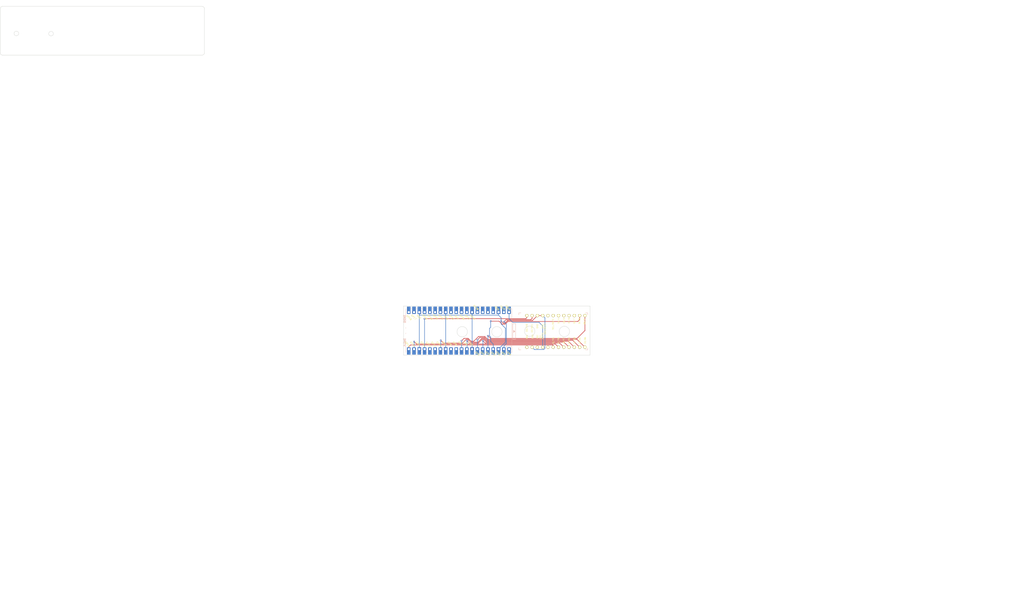
<source format=kicad_pcb>
(kicad_pcb (version 20171130) (host pcbnew "(5.1.6-0-10_14)")

  (general
    (thickness 1.6)
    (drawings 220)
    (tracks 156)
    (zones 0)
    (modules 2)
    (nets 43)
  )

  (page A3)
  (layers
    (0 F.Cu signal)
    (31 B.Cu signal)
    (32 B.Adhes user)
    (33 F.Adhes user)
    (34 B.Paste user)
    (35 F.Paste user)
    (36 B.SilkS user)
    (37 F.SilkS user)
    (38 B.Mask user)
    (39 F.Mask user)
    (40 Dwgs.User user)
    (41 Cmts.User user)
    (42 Eco1.User user)
    (43 Eco2.User user)
    (44 Edge.Cuts user)
    (45 Margin user)
    (46 B.CrtYd user)
    (47 F.CrtYd user)
    (48 B.Fab user)
    (49 F.Fab user)
  )

  (setup
    (last_trace_width 0.25)
    (trace_clearance 0.2)
    (zone_clearance 0.508)
    (zone_45_only no)
    (trace_min 0.2)
    (via_size 0.8)
    (via_drill 0.4)
    (via_min_size 0.4)
    (via_min_drill 0.3)
    (uvia_size 0.3)
    (uvia_drill 0.1)
    (uvias_allowed no)
    (uvia_min_size 0.2)
    (uvia_min_drill 0.1)
    (edge_width 0.15)
    (segment_width 0.2)
    (pcb_text_width 0.3)
    (pcb_text_size 1.5 1.5)
    (mod_edge_width 0.15)
    (mod_text_size 1 1)
    (mod_text_width 0.15)
    (pad_size 1.524 1.524)
    (pad_drill 0.762)
    (pad_to_mask_clearance 0.051)
    (solder_mask_min_width 0.25)
    (aux_axis_origin 0 0)
    (visible_elements 7FFFFFFF)
    (pcbplotparams
      (layerselection 0x010f0_ffffffff)
      (usegerberextensions false)
      (usegerberattributes false)
      (usegerberadvancedattributes false)
      (creategerberjobfile false)
      (excludeedgelayer true)
      (linewidth 0.100000)
      (plotframeref false)
      (viasonmask false)
      (mode 1)
      (useauxorigin false)
      (hpglpennumber 1)
      (hpglpenspeed 20)
      (hpglpendiameter 15.000000)
      (psnegative false)
      (psa4output false)
      (plotreference true)
      (plotvalue true)
      (plotinvisibletext false)
      (padsonsilk false)
      (subtractmaskfromsilk false)
      (outputformat 1)
      (mirror false)
      (drillshape 0)
      (scaleselection 1)
      (outputdirectory "../gbrcool640pcbv110date20220309/"))
  )

  (net 0 "")
  (net 1 "Net-(SW21-Pad1)")
  (net 2 row0)
  (net 3 row1)
  (net 4 row2)
  (net 5 row3)
  (net 6 col0)
  (net 7 col1)
  (net 8 col2)
  (net 9 col3)
  (net 10 "Net-(U1-Pad24)")
  (net 11 GND)
  (net 12 "Net-(U1-Pad20)")
  (net 13 "Net-(U1-Pad6)")
  (net 14 "Net-(U1-Pad5)")
  (net 15 "Net-(U1-Pad10)")
  (net 16 "Net-(U1-Pad9)")
  (net 17 "Net-(U1-Pad8)")
  (net 18 "Net-(U1-Pad7)")
  (net 19 data)
  (net 20 VCC)
  (net 21 LED)
  (net 22 "Net-(U2-Pad1)")
  (net 23 col4)
  (net 24 "Net-(U2-Pad11)")
  (net 25 "Net-(U2-Pad12)")
  (net 26 "Net-(U2-Pad15)")
  (net 27 "Net-(U2-Pad16)")
  (net 28 "Net-(U2-Pad21)")
  (net 29 "Net-(U2-Pad22)")
  (net 30 "Net-(U2-Pad24)")
  (net 31 "Net-(U2-Pad25)")
  (net 32 "Net-(U2-Pad26)")
  (net 33 "Net-(U2-Pad27)")
  (net 34 "Net-(U2-Pad29)")
  (net 35 "Net-(U2-Pad30)")
  (net 36 "Net-(U2-Pad31)")
  (net 37 "Net-(U2-Pad32)")
  (net 38 "Net-(U2-Pad34)")
  (net 39 "Net-(U2-Pad35)")
  (net 40 "Net-(U2-Pad36)")
  (net 41 "Net-(U2-Pad37)")
  (net 42 "Net-(U2-Pad39)")

  (net_class Default "これはデフォルトのネット クラスです。"
    (clearance 0.2)
    (trace_width 0.25)
    (via_dia 0.8)
    (via_drill 0.4)
    (uvia_dia 0.3)
    (uvia_drill 0.1)
    (add_net GND)
    (add_net LED)
    (add_net "Net-(SW21-Pad1)")
    (add_net "Net-(U1-Pad10)")
    (add_net "Net-(U1-Pad20)")
    (add_net "Net-(U1-Pad24)")
    (add_net "Net-(U1-Pad5)")
    (add_net "Net-(U1-Pad6)")
    (add_net "Net-(U1-Pad7)")
    (add_net "Net-(U1-Pad8)")
    (add_net "Net-(U1-Pad9)")
    (add_net "Net-(U2-Pad1)")
    (add_net "Net-(U2-Pad11)")
    (add_net "Net-(U2-Pad12)")
    (add_net "Net-(U2-Pad15)")
    (add_net "Net-(U2-Pad16)")
    (add_net "Net-(U2-Pad21)")
    (add_net "Net-(U2-Pad22)")
    (add_net "Net-(U2-Pad24)")
    (add_net "Net-(U2-Pad25)")
    (add_net "Net-(U2-Pad26)")
    (add_net "Net-(U2-Pad27)")
    (add_net "Net-(U2-Pad29)")
    (add_net "Net-(U2-Pad30)")
    (add_net "Net-(U2-Pad31)")
    (add_net "Net-(U2-Pad32)")
    (add_net "Net-(U2-Pad34)")
    (add_net "Net-(U2-Pad35)")
    (add_net "Net-(U2-Pad36)")
    (add_net "Net-(U2-Pad37)")
    (add_net "Net-(U2-Pad39)")
    (add_net VCC)
    (add_net col0)
    (add_net col1)
    (add_net col2)
    (add_net col3)
    (add_net col4)
    (add_net data)
    (add_net row0)
    (add_net row1)
    (add_net row2)
    (add_net row3)
  )

  (module Pico:RPi_Pico_SMD_TH (layer B.Cu) (tedit 6273B8E8) (tstamp 6273BAD3)
    (at 88.7 91.07 90)
    (descr "Through hole straight pin header, 2x20, 2.54mm pitch, double rows")
    (tags "Through hole pin header THT 2x20 2.54mm double row")
    (path /621738D9)
    (fp_text reference U2 (at 0.96 -11.37 90) (layer B.SilkS) hide
      (effects (font (size 1 1) (thickness 0.15)) (justify mirror))
    )
    (fp_text value PICO_RP2040 (at 0 -2.159 90) (layer B.Fab)
      (effects (font (size 1 1) (thickness 0.15)) (justify mirror))
    )
    (fp_line (start 1.1 -25.5) (end 1.5 -25.5) (layer B.SilkS) (width 0.12))
    (fp_line (start -1.5 -25.5) (end -1.1 -25.5) (layer B.SilkS) (width 0.12))
    (fp_line (start 10.5 -25.5) (end 3.7 -25.5) (layer B.SilkS) (width 0.12))
    (fp_line (start 10.5 -15.1) (end 10.5 -15.5) (layer B.SilkS) (width 0.12))
    (fp_line (start 10.5 -7.4) (end 10.5 -7.8) (layer B.SilkS) (width 0.12))
    (fp_line (start 10.5 18) (end 10.5 17.6) (layer B.SilkS) (width 0.12))
    (fp_line (start 10.5 25.5) (end 10.5 25.2) (layer B.SilkS) (width 0.12))
    (fp_line (start 10.5 2.7) (end 10.5 2.3) (layer B.SilkS) (width 0.12))
    (fp_line (start 10.5 -12.5) (end 10.5 -12.9) (layer B.SilkS) (width 0.12))
    (fp_line (start 10.5 7.8) (end 10.5 7.4) (layer B.SilkS) (width 0.12))
    (fp_line (start 10.5 12.9) (end 10.5 12.5) (layer B.SilkS) (width 0.12))
    (fp_line (start 10.5 0.2) (end 10.5 -0.2) (layer B.SilkS) (width 0.12))
    (fp_line (start 10.5 -4.9) (end 10.5 -5.3) (layer B.SilkS) (width 0.12))
    (fp_line (start 10.5 -20.1) (end 10.5 -20.5) (layer B.SilkS) (width 0.12))
    (fp_line (start 10.5 -22.7) (end 10.5 -23.1) (layer B.SilkS) (width 0.12))
    (fp_line (start 10.5 -17.6) (end 10.5 -18) (layer B.SilkS) (width 0.12))
    (fp_line (start 10.5 15.4) (end 10.5 15) (layer B.SilkS) (width 0.12))
    (fp_line (start 10.5 23.1) (end 10.5 22.7) (layer B.SilkS) (width 0.12))
    (fp_line (start 10.5 20.5) (end 10.5 20.1) (layer B.SilkS) (width 0.12))
    (fp_line (start 10.5 -10) (end 10.5 -10.4) (layer B.SilkS) (width 0.12))
    (fp_line (start 10.5 -2.3) (end 10.5 -2.7) (layer B.SilkS) (width 0.12))
    (fp_line (start 10.5 5.3) (end 10.5 4.9) (layer B.SilkS) (width 0.12))
    (fp_line (start 10.5 10.4) (end 10.5 10) (layer B.SilkS) (width 0.12))
    (fp_line (start -10.5 -22.7) (end -10.5 -23.1) (layer B.SilkS) (width 0.12))
    (fp_line (start -10.5 -20.1) (end -10.5 -20.5) (layer B.SilkS) (width 0.12))
    (fp_line (start -10.5 -17.6) (end -10.5 -18) (layer B.SilkS) (width 0.12))
    (fp_line (start -10.5 -15.1) (end -10.5 -15.5) (layer B.SilkS) (width 0.12))
    (fp_line (start -10.5 -12.5) (end -10.5 -12.9) (layer B.SilkS) (width 0.12))
    (fp_line (start -10.5 -10) (end -10.5 -10.4) (layer B.SilkS) (width 0.12))
    (fp_line (start -10.5 -7.4) (end -10.5 -7.8) (layer B.SilkS) (width 0.12))
    (fp_line (start -10.5 -4.9) (end -10.5 -5.3) (layer B.SilkS) (width 0.12))
    (fp_line (start -10.5 -2.3) (end -10.5 -2.7) (layer B.SilkS) (width 0.12))
    (fp_line (start -10.5 0.2) (end -10.5 -0.2) (layer B.SilkS) (width 0.12))
    (fp_line (start -10.5 2.7) (end -10.5 2.3) (layer B.SilkS) (width 0.12))
    (fp_line (start -10.5 5.3) (end -10.5 4.9) (layer B.SilkS) (width 0.12))
    (fp_line (start -10.5 7.8) (end -10.5 7.4) (layer B.SilkS) (width 0.12))
    (fp_line (start -10.5 10.4) (end -10.5 10) (layer B.SilkS) (width 0.12))
    (fp_line (start -10.5 12.9) (end -10.5 12.5) (layer B.SilkS) (width 0.12))
    (fp_line (start -10.5 15.4) (end -10.5 15) (layer B.SilkS) (width 0.12))
    (fp_line (start -10.5 18) (end -10.5 17.6) (layer B.SilkS) (width 0.12))
    (fp_line (start -10.5 20.5) (end -10.5 20.1) (layer B.SilkS) (width 0.12))
    (fp_line (start -10.5 23.1) (end -10.5 22.7) (layer B.SilkS) (width 0.12))
    (fp_line (start -10.5 25.5) (end -10.5 25.2) (layer B.SilkS) (width 0.12))
    (fp_line (start -7.493 22.833) (end -7.493 25.5) (layer B.SilkS) (width 0.12))
    (fp_line (start -10.5 22.833) (end -7.493 22.833) (layer B.SilkS) (width 0.12))
    (fp_line (start -3.7 -25.5) (end -10.5 -25.5) (layer B.SilkS) (width 0.12))
    (fp_line (start -10.5 25.5) (end 10.5 25.5) (layer B.SilkS) (width 0.12))
    (fp_line (start -11 -26) (end -11 26) (layer B.CrtYd) (width 0.12))
    (fp_line (start 11 -26) (end -11 -26) (layer B.CrtYd) (width 0.12))
    (fp_line (start 11 26) (end 11 -26) (layer B.CrtYd) (width 0.12))
    (fp_line (start -11 26) (end 11 26) (layer B.CrtYd) (width 0.12))
    (fp_line (start -10.5 24.2) (end -9.2 25.5) (layer B.Fab) (width 0.12))
    (fp_line (start -10.5 -25.5) (end -10.5 25.5) (layer B.Fab) (width 0.12))
    (fp_line (start 10.5 -25.5) (end -10.5 -25.5) (layer B.Fab) (width 0.12))
    (fp_line (start 10.5 25.5) (end 10.5 -25.5) (layer B.Fab) (width 0.12))
    (fp_line (start -10.5 25.5) (end 10.5 25.5) (layer B.Fab) (width 0.12))
    (fp_text user "Copper Keepouts shown on Dwgs layer" (at 0.1 30.2 90) (layer Cmts.User)
      (effects (font (size 1 1) (thickness 0.15)))
    )
    (fp_text user SWDIO (at 5.6 -26.2 90) (layer B.SilkS)
      (effects (font (size 0.8 0.8) (thickness 0.15)) (justify mirror))
    )
    (fp_text user SWCLK (at -5.7 -26.2 90) (layer B.SilkS)
      (effects (font (size 0.8 0.8) (thickness 0.15)) (justify mirror))
    )
    (fp_text user AGND (at 6.434 6.56 -45) (layer F.SilkS)
      (effects (font (size 0.8 0.8) (thickness 0.15)))
    )
    (fp_text user GND (at 10.73 18.27 135) (layer F.SilkS)
      (effects (font (size 0.8 0.8) (thickness 0.15)))
    )
    (fp_text user GND (at 6.18 -6.14 -45) (layer F.SilkS)
      (effects (font (size 0.8 0.8) (thickness 0.15)))
    )
    (fp_text user GND (at 6.62 -19.25 -45) (layer F.SilkS)
      (effects (font (size 0.8 0.8) (thickness 0.15)))
    )
    (fp_text user GND (at -6.19 -19.76 -45) (layer F.SilkS)
      (effects (font (size 0.8 0.8) (thickness 0.15)))
    )
    (fp_text user GND (at -6.19 -7.06 -45) (layer F.SilkS)
      (effects (font (size 0.8 0.8) (thickness 0.15)))
    )
    (fp_text user GND (at -6.19 5.64 -45) (layer F.SilkS)
      (effects (font (size 0.8 0.8) (thickness 0.15)))
    )
    (fp_text user GND (at -11.05 19.02 -45) (layer F.SilkS)
      (effects (font (size 0.8 0.8) (thickness 0.15)))
    )
    (fp_text user VBUS (at 11.05 23.57 135) (layer F.SilkS)
      (effects (font (size 0.8 0.8) (thickness 0.15)))
    )
    (fp_text user VSYS (at 10.98 20.95 135) (layer F.SilkS)
      (effects (font (size 0.8 0.8) (thickness 0.15)))
    )
    (fp_text user GP28 (at 11.11 8.16 135) (layer F.SilkS)
      (effects (font (size 0.8 0.8) (thickness 0.15)))
    )
    (fp_text user GP27 (at 6.434 4.01 -45) (layer F.SilkS)
      (effects (font (size 0.8 0.8) (thickness 0.15)))
    )
    (fp_text user GP26 (at 6.434 1.48 -45) (layer F.SilkS)
      (effects (font (size 0.8 0.8) (thickness 0.15)))
    )
    (fp_text user RUN (at 6.38 -1.06 -45) (layer F.SilkS)
      (effects (font (size 0.8 0.8) (thickness 0.15)))
    )
    (fp_text user GP22 (at 6.434 -3.6 -45) (layer F.SilkS)
      (effects (font (size 0.8 0.8) (thickness 0.15)))
    )
    (fp_text user GP21 (at 6.434 -8.69 -45) (layer F.SilkS)
      (effects (font (size 0.8 0.8) (thickness 0.15)))
    )
    (fp_text user GP20 (at 6.55 -11.29 -45) (layer F.SilkS)
      (effects (font (size 0.8 0.8) (thickness 0.15)))
    )
    (fp_text user GP19 (at 6.4 -13.92 -45) (layer F.SilkS)
      (effects (font (size 0.8 0.8) (thickness 0.15)))
    )
    (fp_text user GP18 (at 6.55 -16.41 -45) (layer F.SilkS)
      (effects (font (size 0.8 0.8) (thickness 0.15)))
    )
    (fp_text user GP17 (at 6.47 -21.74 -45) (layer F.SilkS)
      (effects (font (size 0.8 0.8) (thickness 0.15)))
    )
    (fp_text user GP16 (at 6.26 -23.95 -45) (layer F.SilkS)
      (effects (font (size 0.8 0.8) (thickness 0.15)))
    )
    (fp_text user GP15 (at -6.444 -24.84 -45) (layer F.SilkS)
      (effects (font (size 0.8 0.8) (thickness 0.15)))
    )
    (fp_text user GP14 (at -6.49 -22.3 -45) (layer F.SilkS)
      (effects (font (size 0.8 0.8) (thickness 0.15)))
    )
    (fp_text user GP13 (at -6.444 -17.22 -45) (layer F.SilkS)
      (effects (font (size 0.8 0.8) (thickness 0.15)))
    )
    (fp_text user GP12 (at -6.59 -14.68 -45) (layer F.SilkS)
      (effects (font (size 0.8 0.8) (thickness 0.15)))
    )
    (fp_text user GP11 (at -6.59 -12.14 -45) (layer F.SilkS)
      (effects (font (size 0.8 0.8) (thickness 0.15)))
    )
    (fp_text user GP10 (at -6.444 -9.6 -45) (layer F.SilkS)
      (effects (font (size 0.8 0.8) (thickness 0.15)))
    )
    (fp_text user GP9 (at -6.19 -4.52 -45) (layer F.SilkS)
      (effects (font (size 0.8 0.8) (thickness 0.15)))
    )
    (fp_text user GP8 (at -6.19 -1.98 -45) (layer F.SilkS)
      (effects (font (size 0.8 0.8) (thickness 0.15)))
    )
    (fp_text user GP7 (at -6.09 0.59 -45) (layer F.SilkS)
      (effects (font (size 0.8 0.8) (thickness 0.15)))
    )
    (fp_text user GP6 (at -6.19 3.1 -45) (layer F.SilkS)
      (effects (font (size 0.8 0.8) (thickness 0.15)))
    )
    (fp_text user GP5 (at -11.05 8.86 -45) (layer F.SilkS)
      (effects (font (size 0.8 0.8) (thickness 0.15)))
    )
    (fp_text user GP4 (at -11.05 11.4 -45) (layer F.SilkS)
      (effects (font (size 0.8 0.8) (thickness 0.15)))
    )
    (fp_text user GP3 (at -11.05 13.94 -45) (layer F.SilkS)
      (effects (font (size 0.8 0.8) (thickness 0.15)))
    )
    (fp_text user GP0 (at -11.05 24.1 -45) (layer F.SilkS)
      (effects (font (size 0.8 0.8) (thickness 0.15)))
    )
    (fp_text user GP2 (at -11.15 16.48 -45) (layer F.SilkS)
      (effects (font (size 0.8 0.8) (thickness 0.15)))
    )
    (fp_text user GP1 (at -11.15 21.57 -45) (layer F.SilkS)
      (effects (font (size 0.8 0.8) (thickness 0.15)))
    )
    (fp_text user %R (at 0 0 -90) (layer B.Fab)
      (effects (font (size 1 1) (thickness 0.15)) (justify mirror))
    )
    (pad 21 smd rect (at 8.89 -24.13 90) (size 3.5 1.7) (drill (offset 0.9 0)) (layers B.Cu B.Mask)
      (net 28 "Net-(U2-Pad21)"))
    (pad 22 smd rect (at 8.89 -21.59 90) (size 3.5 1.7) (drill (offset 0.9 0)) (layers B.Cu B.Mask)
      (net 29 "Net-(U2-Pad22)"))
    (pad 23 smd rect (at 8.89 -19.05 90) (size 3.5 1.7) (drill (offset 0.9 0)) (layers B.Cu B.Mask)
      (net 11 GND))
    (pad 24 smd rect (at 8.89 -16.51 90) (size 3.5 1.7) (drill (offset 0.9 0)) (layers B.Cu B.Mask)
      (net 30 "Net-(U2-Pad24)"))
    (pad 25 smd rect (at 8.89 -13.97 90) (size 3.5 1.7) (drill (offset 0.9 0)) (layers B.Cu B.Mask)
      (net 31 "Net-(U2-Pad25)"))
    (pad 26 smd rect (at 8.89 -11.43 90) (size 3.5 1.7) (drill (offset 0.9 0)) (layers B.Cu B.Mask)
      (net 32 "Net-(U2-Pad26)"))
    (pad 27 smd rect (at 8.89 -8.89 90) (size 3.5 1.7) (drill (offset 0.9 0)) (layers B.Cu B.Mask)
      (net 33 "Net-(U2-Pad27)"))
    (pad 28 smd rect (at 8.89 -6.35 90) (size 3.5 1.7) (drill (offset 0.9 0)) (layers B.Cu B.Mask)
      (net 11 GND))
    (pad 29 smd rect (at 8.89 -3.81 90) (size 3.5 1.7) (drill (offset 0.9 0)) (layers B.Cu B.Mask)
      (net 34 "Net-(U2-Pad29)"))
    (pad 30 smd rect (at 8.89 -1.27 90) (size 3.5 1.7) (drill (offset 0.9 0)) (layers B.Cu B.Mask)
      (net 35 "Net-(U2-Pad30)"))
    (pad 31 smd rect (at 8.89 1.27 90) (size 3.5 1.7) (drill (offset 0.9 0)) (layers B.Cu B.Mask)
      (net 36 "Net-(U2-Pad31)"))
    (pad 32 smd rect (at 8.89 3.81 90) (size 3.5 1.7) (drill (offset 0.9 0)) (layers B.Cu B.Mask)
      (net 37 "Net-(U2-Pad32)"))
    (pad 33 smd rect (at 8.89 6.35 90) (size 3.5 1.7) (drill (offset 0.9 0)) (layers B.Cu B.Mask)
      (net 11 GND))
    (pad 34 smd rect (at 8.89 8.89 90) (size 3.5 1.7) (drill (offset 0.9 0)) (layers B.Cu B.Mask)
      (net 38 "Net-(U2-Pad34)"))
    (pad 35 smd rect (at 8.89 11.43 90) (size 3.5 1.7) (drill (offset 0.9 0)) (layers B.Cu B.Mask)
      (net 39 "Net-(U2-Pad35)"))
    (pad 36 smd rect (at 8.89 13.97 90) (size 3.5 1.7) (drill (offset 0.9 0)) (layers B.Cu B.Mask)
      (net 40 "Net-(U2-Pad36)"))
    (pad 37 smd rect (at 8.89 16.51 90) (size 3.5 1.7) (drill (offset 0.9 0)) (layers B.Cu B.Mask)
      (net 41 "Net-(U2-Pad37)"))
    (pad 38 smd rect (at 8.89 19.05 90) (size 3.5 1.7) (drill (offset 0.9 0)) (layers B.Cu B.Mask)
      (net 11 GND))
    (pad 39 smd rect (at 8.89 21.59 90) (size 3.5 1.7) (drill (offset 0.9 0)) (layers B.Cu B.Mask)
      (net 42 "Net-(U2-Pad39)"))
    (pad 40 smd rect (at 8.89 24.13 90) (size 3.5 1.7) (drill (offset 0.9 0)) (layers B.Cu B.Mask)
      (net 20 VCC))
    (pad 20 smd rect (at -8.89 -24.13 90) (size 3.5 1.7) (drill (offset -0.9 0)) (layers B.Cu B.Mask)
      (net 6 col0))
    (pad 19 smd rect (at -8.89 -21.59 90) (size 3.5 1.7) (drill (offset -0.9 0)) (layers B.Cu B.Mask)
      (net 7 col1))
    (pad 18 smd rect (at -8.89 -19.05 90) (size 3.5 1.7) (drill (offset -0.9 0)) (layers B.Cu B.Mask)
      (net 11 GND))
    (pad 17 smd rect (at -8.89 -16.51 90) (size 3.5 1.7) (drill (offset -0.9 0)) (layers B.Cu B.Mask)
      (net 21 LED))
    (pad 16 smd rect (at -8.89 -13.97 90) (size 3.5 1.7) (drill (offset -0.9 0)) (layers B.Cu B.Mask)
      (net 27 "Net-(U2-Pad16)"))
    (pad 15 smd rect (at -8.89 -11.43 90) (size 3.5 1.7) (drill (offset -0.9 0)) (layers B.Cu B.Mask)
      (net 26 "Net-(U2-Pad15)"))
    (pad 14 smd rect (at -8.89 -8.89 90) (size 3.5 1.7) (drill (offset -0.9 0)) (layers B.Cu B.Mask)
      (net 8 col2))
    (pad 13 smd rect (at -8.89 -6.35 90) (size 3.5 1.7) (drill (offset -0.9 0)) (layers B.Cu B.Mask)
      (net 11 GND))
    (pad 12 smd rect (at -8.89 -3.81 90) (size 3.5 1.7) (drill (offset -0.9 0)) (layers B.Cu B.Mask)
      (net 25 "Net-(U2-Pad12)"))
    (pad 11 smd rect (at -8.89 -1.27 90) (size 3.5 1.7) (drill (offset -0.9 0)) (layers B.Cu B.Mask)
      (net 24 "Net-(U2-Pad11)"))
    (pad 10 smd rect (at -8.89 1.27 90) (size 3.5 1.7) (drill (offset -0.9 0)) (layers B.Cu B.Mask)
      (net 9 col3))
    (pad 9 smd rect (at -8.89 3.81 90) (size 3.5 1.7) (drill (offset -0.9 0)) (layers B.Cu B.Mask)
      (net 4 row2))
    (pad 8 smd rect (at -8.89 6.35 90) (size 3.5 1.7) (drill (offset -0.9 0)) (layers B.Cu B.Mask)
      (net 11 GND))
    (pad 7 smd rect (at -8.89 8.89 90) (size 3.5 1.7) (drill (offset -0.9 0)) (layers B.Cu B.Mask)
      (net 23 col4))
    (pad 6 smd rect (at -8.89 11.43 90) (size 3.5 1.7) (drill (offset -0.9 0)) (layers B.Cu B.Mask)
      (net 5 row3))
    (pad 5 smd rect (at -8.89 13.97 90) (size 3.5 1.7) (drill (offset -0.9 0)) (layers B.Cu B.Mask)
      (net 2 row0))
    (pad 4 smd rect (at -8.89 16.51 90) (size 3.5 1.7) (drill (offset -0.9 0)) (layers B.Cu B.Mask)
      (net 3 row1))
    (pad 3 smd rect (at -8.89 19.05 90) (size 3.5 1.7) (drill (offset -0.9 0)) (layers B.Cu B.Mask)
      (net 11 GND))
    (pad 2 smd rect (at -8.89 21.59 90) (size 3.5 1.7) (drill (offset -0.9 0)) (layers B.Cu B.Mask)
      (net 19 data))
    (pad 1 smd rect (at -8.89 24.13 90) (size 3.5 1.7) (drill (offset -0.9 0)) (layers B.Cu B.Mask)
      (net 22 "Net-(U2-Pad1)"))
    (pad 40 thru_hole oval (at 8.89 24.13 90) (size 1.7 1.7) (drill 1.02) (layers *.Cu *.Mask)
      (net 20 VCC))
    (pad 39 thru_hole oval (at 8.89 21.59 90) (size 1.7 1.7) (drill 1.02) (layers *.Cu *.Mask)
      (net 42 "Net-(U2-Pad39)"))
    (pad 38 thru_hole rect (at 8.89 19.05 90) (size 1.7 1.7) (drill 1.02) (layers *.Cu *.Mask)
      (net 11 GND))
    (pad 37 thru_hole oval (at 8.89 16.51 90) (size 1.7 1.7) (drill 1.02) (layers *.Cu *.Mask)
      (net 41 "Net-(U2-Pad37)"))
    (pad 36 thru_hole oval (at 8.89 13.97 90) (size 1.7 1.7) (drill 1.02) (layers *.Cu *.Mask)
      (net 40 "Net-(U2-Pad36)"))
    (pad 35 thru_hole oval (at 8.89 11.43 90) (size 1.7 1.7) (drill 1.02) (layers *.Cu *.Mask)
      (net 39 "Net-(U2-Pad35)"))
    (pad 34 thru_hole oval (at 8.89 8.89 90) (size 1.7 1.7) (drill 1.02) (layers *.Cu *.Mask)
      (net 38 "Net-(U2-Pad34)"))
    (pad 33 thru_hole rect (at 8.89 6.35 90) (size 1.7 1.7) (drill 1.02) (layers *.Cu *.Mask)
      (net 11 GND))
    (pad 32 thru_hole oval (at 8.89 3.81 90) (size 1.7 1.7) (drill 1.02) (layers *.Cu *.Mask)
      (net 37 "Net-(U2-Pad32)"))
    (pad 31 thru_hole oval (at 8.89 1.27 90) (size 1.7 1.7) (drill 1.02) (layers *.Cu *.Mask)
      (net 36 "Net-(U2-Pad31)"))
    (pad 30 thru_hole oval (at 8.89 -1.27 90) (size 1.7 1.7) (drill 1.02) (layers *.Cu *.Mask)
      (net 35 "Net-(U2-Pad30)"))
    (pad 29 thru_hole oval (at 8.89 -3.81 90) (size 1.7 1.7) (drill 1.02) (layers *.Cu *.Mask)
      (net 34 "Net-(U2-Pad29)"))
    (pad 28 thru_hole rect (at 8.89 -6.35 90) (size 1.7 1.7) (drill 1.02) (layers *.Cu *.Mask)
      (net 11 GND))
    (pad 27 thru_hole oval (at 8.89 -8.89 90) (size 1.7 1.7) (drill 1.02) (layers *.Cu *.Mask)
      (net 33 "Net-(U2-Pad27)"))
    (pad 26 thru_hole oval (at 8.89 -11.43 90) (size 1.7 1.7) (drill 1.02) (layers *.Cu *.Mask)
      (net 32 "Net-(U2-Pad26)"))
    (pad 25 thru_hole oval (at 8.89 -13.97 90) (size 1.7 1.7) (drill 1.02) (layers *.Cu *.Mask)
      (net 31 "Net-(U2-Pad25)"))
    (pad 24 thru_hole oval (at 8.89 -16.51 90) (size 1.7 1.7) (drill 1.02) (layers *.Cu *.Mask)
      (net 30 "Net-(U2-Pad24)"))
    (pad 23 thru_hole rect (at 8.89 -19.05 90) (size 1.7 1.7) (drill 1.02) (layers *.Cu *.Mask)
      (net 11 GND))
    (pad 22 thru_hole oval (at 8.89 -21.59 90) (size 1.7 1.7) (drill 1.02) (layers *.Cu *.Mask)
      (net 29 "Net-(U2-Pad22)"))
    (pad 21 thru_hole oval (at 8.89 -24.13 90) (size 1.7 1.7) (drill 1.02) (layers *.Cu *.Mask)
      (net 28 "Net-(U2-Pad21)"))
    (pad 20 thru_hole oval (at -8.89 -24.13 90) (size 1.7 1.7) (drill 1.02) (layers *.Cu *.Mask)
      (net 6 col0))
    (pad 19 thru_hole oval (at -8.89 -21.59 90) (size 1.7 1.7) (drill 1.02) (layers *.Cu *.Mask)
      (net 7 col1))
    (pad 18 thru_hole rect (at -8.89 -19.05 90) (size 1.7 1.7) (drill 1.02) (layers *.Cu *.Mask)
      (net 11 GND))
    (pad 17 thru_hole oval (at -8.89 -16.51 90) (size 1.7 1.7) (drill 1.02) (layers *.Cu *.Mask)
      (net 21 LED))
    (pad 16 thru_hole oval (at -8.89 -13.97 90) (size 1.7 1.7) (drill 1.02) (layers *.Cu *.Mask)
      (net 27 "Net-(U2-Pad16)"))
    (pad 15 thru_hole oval (at -8.89 -11.43 90) (size 1.7 1.7) (drill 1.02) (layers *.Cu *.Mask)
      (net 26 "Net-(U2-Pad15)"))
    (pad 14 thru_hole oval (at -8.89 -8.89 90) (size 1.7 1.7) (drill 1.02) (layers *.Cu *.Mask)
      (net 8 col2))
    (pad 13 thru_hole rect (at -8.89 -6.35 90) (size 1.7 1.7) (drill 1.02) (layers *.Cu *.Mask)
      (net 11 GND))
    (pad 12 thru_hole oval (at -8.89 -3.81 90) (size 1.7 1.7) (drill 1.02) (layers *.Cu *.Mask)
      (net 25 "Net-(U2-Pad12)"))
    (pad 11 thru_hole oval (at -8.89 -1.27 90) (size 1.7 1.7) (drill 1.02) (layers *.Cu *.Mask)
      (net 24 "Net-(U2-Pad11)"))
    (pad 10 thru_hole oval (at -8.89 1.27 90) (size 1.7 1.7) (drill 1.02) (layers *.Cu *.Mask)
      (net 9 col3))
    (pad 9 thru_hole oval (at -8.89 3.81 90) (size 1.7 1.7) (drill 1.02) (layers *.Cu *.Mask)
      (net 4 row2))
    (pad 8 thru_hole rect (at -8.89 6.35 90) (size 1.7 1.7) (drill 1.02) (layers *.Cu *.Mask)
      (net 11 GND))
    (pad 7 thru_hole oval (at -8.89 8.89 90) (size 1.7 1.7) (drill 1.02) (layers *.Cu *.Mask)
      (net 23 col4))
    (pad 6 thru_hole oval (at -8.89 11.43 90) (size 1.7 1.7) (drill 1.02) (layers *.Cu *.Mask)
      (net 5 row3))
    (pad 5 thru_hole oval (at -8.89 13.97 90) (size 1.7 1.7) (drill 1.02) (layers *.Cu *.Mask)
      (net 2 row0))
    (pad 4 thru_hole oval (at -8.89 16.51 90) (size 1.7 1.7) (drill 1.02) (layers *.Cu *.Mask)
      (net 3 row1))
    (pad 3 thru_hole rect (at -8.89 19.05 90) (size 1.7 1.7) (drill 1.02) (layers *.Cu *.Mask)
      (net 11 GND))
    (pad 2 thru_hole oval (at -8.89 21.59 90) (size 1.7 1.7) (drill 1.02) (layers *.Cu *.Mask)
      (net 19 data))
    (pad 1 thru_hole oval (at -8.89 24.13 90) (size 1.7 1.7) (drill 1.02) (layers *.Cu *.Mask)
      (net 22 "Net-(U2-Pad1)"))
  )

  (module logo:ProMicro_v3_kimura (layer F.Cu) (tedit 61C985AB) (tstamp 6273BA82)
    (at 135.84 91.45 90)
    (path /61F92BBE)
    (fp_text reference U1 (at 0.21 -7.78) (layer B.SilkS) hide
      (effects (font (size 1 1) (thickness 0.15)) (justify mirror))
    )
    (fp_text value ProMicro (at -0.1 0.05 180) (layer F.Fab) hide
      (effects (font (size 1 1) (thickness 0.15)))
    )
    (fp_line (start -0.15 -20.4) (end 0.15 -20.4) (layer B.SilkS) (width 0.15))
    (fp_line (start -0.25 -20.55) (end 0.25 -20.55) (layer B.SilkS) (width 0.15))
    (fp_line (start -0.35 -20.7) (end 0.35 -20.7) (layer B.SilkS) (width 0.15))
    (fp_line (start 0 -20.2) (end -0.5 -20.85) (layer B.SilkS) (width 0.15))
    (fp_line (start 0.5 -20.85) (end 0 -20.2) (layer B.SilkS) (width 0.15))
    (fp_line (start -0.5 -20.85) (end 0.5 -20.85) (layer B.SilkS) (width 0.15))
    (fp_line (start 3.75 -21.2) (end -3.75 -21.2) (layer B.SilkS) (width 0.15))
    (fp_line (start 3.75 -19.9) (end 3.75 -21.2) (layer B.SilkS) (width 0.15))
    (fp_line (start -3.75 -19.9) (end 3.75 -19.9) (layer B.SilkS) (width 0.15))
    (fp_line (start -3.75 -21.2) (end -3.75 -19.9) (layer B.SilkS) (width 0.15))
    (fp_line (start 3.76 -18.3) (end 8.9 -18.3) (layer F.Fab) (width 0.15))
    (fp_line (start -3.75 -18.3) (end 3.75 -18.3) (layer F.Fab) (width 0.15))
    (fp_line (start -3.75 -19.6) (end -3.75 -18.299039) (layer F.Fab) (width 0.15))
    (fp_line (start 3.75 -19.6) (end 3.75 -18.3) (layer F.Fab) (width 0.15))
    (fp_line (start -3.75 -19.6) (end 3.75 -19.6) (layer F.Fab) (width 0.15))
    (fp_line (start -8.9 -18.3) (end -3.75 -18.3) (layer F.Fab) (width 0.15))
    (fp_line (start 8.9 -18.3) (end 8.9 14.75) (layer F.Fab) (width 0.15))
    (fp_line (start 8.9 14.75) (end -8.9 14.75) (layer F.Fab) (width 0.15))
    (fp_line (start -8.9 14.75) (end -8.9 -18.3) (layer F.Fab) (width 0.15))
    (fp_line (start -8.9 -18.3) (end -8.9 -17.3) (layer B.SilkS) (width 0.15))
    (fp_line (start 8.9 -18.3) (end 8.9 -17.3) (layer B.SilkS) (width 0.15))
    (fp_line (start -8.9 -18.3) (end -7.9 -18.3) (layer B.SilkS) (width 0.15))
    (fp_line (start 8.9 -18.3) (end 7.95 -18.3) (layer B.SilkS) (width 0.15))
    (fp_line (start -8.9 13.7) (end -8.9 14.75) (layer B.SilkS) (width 0.15))
    (fp_line (start 8.9 13.75) (end 8.9 14.75) (layer B.SilkS) (width 0.15))
    (fp_line (start -8.9 14.75) (end -7.9 14.75) (layer B.SilkS) (width 0.15))
    (fp_line (start 8.9 14.75) (end 7.89 14.75) (layer B.SilkS) (width 0.15))
    (fp_text user ProMicro (at 0.12 -16.15 90) (layer B.SilkS) hide
      (effects (font (size 1 1) (thickness 0.15)) (justify mirror))
    )
    (fp_text user ProMicro (at -0.545 -17.4 90) (layer B.SilkS) hide
      (effects (font (size 1 1) (thickness 0.15)) (justify mirror))
    )
    (fp_text user RAW (at -2.61 -14.39 90 unlocked) (layer F.SilkS)
      (effects (font (size 0.75 0.67) (thickness 0.125)))
    )
    (fp_text user GND (at -2.51 -11.7 90 unlocked) (layer F.SilkS)
      (effects (font (size 0.75 0.67) (thickness 0.125)))
    )
    (fp_text user RST (at -2.56 -9.35 90 unlocked) (layer F.SilkS)
      (effects (font (size 0.75 0.67) (thickness 0.125)))
    )
    (fp_text user VCC (at -2.76 -7.89 90 unlocked) (layer F.SilkS)
      (effects (font (size 0.75 0.67) (thickness 0.125)))
    )
    (fp_text user A3/F4 (at -2.17 -6.86 90 unlocked) (layer F.SilkS)
      (effects (font (size 0.75 0.67) (thickness 0.125)))
    )
    (fp_text user A2/F5 (at -4.395 -1.75 90 unlocked) (layer F.SilkS)
      (effects (font (size 0.75 0.67) (thickness 0.125)))
    )
    (fp_text user A1/F6 (at -4.395 0.75 90 unlocked) (layer F.SilkS)
      (effects (font (size 0.75 0.67) (thickness 0.125)))
    )
    (fp_text user A0/F7 (at -4.395 3.3 90 unlocked) (layer F.SilkS)
      (effects (font (size 0.75 0.67) (thickness 0.125)))
    )
    (fp_text user 15/B1 (at -4.395 5.85 90 unlocked) (layer F.SilkS)
      (effects (font (size 0.75 0.67) (thickness 0.125)))
    )
    (fp_text user 14/B3 (at -4.395 8.4 90 unlocked) (layer F.SilkS)
      (effects (font (size 0.75 0.67) (thickness 0.125)))
    )
    (fp_text user 10/B6 (at -4.36 13.57 90 unlocked) (layer F.SilkS)
      (effects (font (size 0.75 0.67) (thickness 0.125)))
    )
    (fp_text user 16/B2 (at -4.395 10.95 90 unlocked) (layer F.SilkS)
      (effects (font (size 0.75 0.67) (thickness 0.125)))
    )
    (fp_text user E6/7 (at 4.95 8.35 90 unlocked) (layer F.SilkS)
      (effects (font (size 0.75 0.67) (thickness 0.125)))
    )
    (fp_text user D7/6 (at 5.17 5.79 90 unlocked) (layer F.SilkS)
      (effects (font (size 0.75 0.67) (thickness 0.125)))
    )
    (fp_text user GND (at 2.48 -9.43 90 unlocked) (layer F.SilkS)
      (effects (font (size 0.75 0.67) (thickness 0.125)))
    )
    (fp_text user GND (at 2.42 -6.91 90 unlocked) (layer F.SilkS)
      (effects (font (size 0.75 0.67) (thickness 0.125)))
    )
    (fp_text user D3/TX0 (at 1.7 -14.49 90 unlocked) (layer F.SilkS)
      (effects (font (size 0.75 0.67) (thickness 0.125)))
    )
    (fp_text user D4/4 (at 5.11 0.82 90 unlocked) (layer F.SilkS)
      (effects (font (size 0.75 0.67) (thickness 0.125)))
    )
    (fp_text user SDA/D1/2 (at 1.17 -5.69 90 unlocked) (layer F.SilkS)
      (effects (font (size 0.75 0.67) (thickness 0.125)))
    )
    (fp_text user SCL/D0/3 (at 3.455 -1.9 90 unlocked) (layer F.SilkS)
      (effects (font (size 0.75 0.67) (thickness 0.125)))
    )
    (fp_text user C6/5 (at 5.17 3.43 90 unlocked) (layer F.SilkS)
      (effects (font (size 0.75 0.67) (thickness 0.125)))
    )
    (fp_text user B5/9 (at 4.705 13.3 90 unlocked) (layer F.SilkS)
      (effects (font (size 0.75 0.67) (thickness 0.125)))
    )
    (fp_text user D2/RX1 (at 1.49 -11.98 90 unlocked) (layer F.SilkS)
      (effects (font (size 0.75 0.67) (thickness 0.125)))
    )
    (fp_text user B4/8 (at 5.01 10.8 90 unlocked) (layer F.SilkS)
      (effects (font (size 0.75 0.67) (thickness 0.125)))
    )
    (fp_text user MicroUSB (at -0.05 -18.95 90) (layer B.SilkS) hide
      (effects (font (size 0.75 0.75) (thickness 0.12)))
    )
    (pad 24 thru_hole circle (at -7.6086 -14.478 90) (size 1.524 1.524) (drill 0.8128) (layers *.Cu F.SilkS B.Mask)
      (net 10 "Net-(U1-Pad24)"))
    (pad 23 thru_hole circle (at -7.6086 -11.938 90) (size 1.524 1.524) (drill 0.8128) (layers *.Cu F.SilkS B.Mask)
      (net 11 GND))
    (pad 22 thru_hole circle (at -7.6086 -9.398 90) (size 1.524 1.524) (drill 0.8128) (layers *.Cu F.SilkS B.Mask)
      (net 1 "Net-(SW21-Pad1)"))
    (pad 21 thru_hole circle (at -7.6086 -6.858 90) (size 1.524 1.524) (drill 0.8128) (layers *.Cu F.SilkS B.Mask)
      (net 20 VCC))
    (pad 20 thru_hole circle (at -7.6086 -4.318 90) (size 1.524 1.524) (drill 0.8128) (layers *.Cu F.SilkS B.Mask)
      (net 12 "Net-(U1-Pad20)"))
    (pad 19 thru_hole circle (at -7.6086 -1.778 90) (size 1.524 1.524) (drill 0.8128) (layers *.Cu F.SilkS B.Mask)
      (net 6 col0))
    (pad 18 thru_hole circle (at -7.6086 0.762 90) (size 1.524 1.524) (drill 0.8128) (layers *.Cu F.SilkS B.Mask)
      (net 7 col1))
    (pad 17 thru_hole circle (at -7.6086 3.302 90) (size 1.524 1.524) (drill 0.8128) (layers *.Cu F.SilkS B.Mask)
      (net 5 row3))
    (pad 16 thru_hole circle (at -7.6086 5.842 90) (size 1.524 1.524) (drill 0.8128) (layers *.Cu F.SilkS B.Mask)
      (net 4 row2))
    (pad 15 thru_hole circle (at -7.6086 8.382 90) (size 1.524 1.524) (drill 0.8128) (layers *.Cu F.SilkS B.Mask)
      (net 8 col2))
    (pad 14 thru_hole circle (at -7.6086 10.922 90) (size 1.524 1.524) (drill 0.8128) (layers *.Cu F.SilkS B.Mask)
      (net 23 col4))
    (pad 13 thru_hole circle (at -7.6086 13.462 90) (size 1.524 1.524) (drill 0.8128) (layers *.Cu F.SilkS B.Mask)
      (net 9 col3))
    (pad 12 thru_hole circle (at 7.6114 13.462 90) (size 1.524 1.524) (drill 0.8128) (layers *.Cu F.SilkS B.Mask)
      (net 2 row0))
    (pad 11 thru_hole circle (at 7.6114 10.922 90) (size 1.524 1.524) (drill 0.8128) (layers *.Cu F.SilkS B.Mask)
      (net 3 row1))
    (pad 10 thru_hole circle (at 7.6114 8.382 90) (size 1.524 1.524) (drill 0.8128) (layers *.Cu F.SilkS B.Mask)
      (net 15 "Net-(U1-Pad10)"))
    (pad 9 thru_hole circle (at 7.6114 5.842 90) (size 1.524 1.524) (drill 0.8128) (layers *.Cu F.SilkS B.Mask)
      (net 16 "Net-(U1-Pad9)"))
    (pad 8 thru_hole circle (at 7.6114 3.302 90) (size 1.524 1.524) (drill 0.8128) (layers *.Cu F.SilkS B.Mask)
      (net 17 "Net-(U1-Pad8)"))
    (pad 7 thru_hole circle (at 7.6114 0.762 90) (size 1.524 1.524) (drill 0.8128) (layers *.Cu F.SilkS B.Mask)
      (net 18 "Net-(U1-Pad7)"))
    (pad 6 thru_hole circle (at 7.6114 -1.778 90) (size 1.524 1.524) (drill 0.8128) (layers *.Cu F.SilkS B.Mask)
      (net 13 "Net-(U1-Pad6)"))
    (pad 5 thru_hole circle (at 7.6114 -4.318 90) (size 1.524 1.524) (drill 0.8128) (layers *.Cu F.SilkS B.Mask)
      (net 14 "Net-(U1-Pad5)"))
    (pad 4 thru_hole circle (at 7.6114 -6.858 90) (size 1.524 1.524) (drill 0.8128) (layers *.Cu F.SilkS B.Mask)
      (net 11 GND))
    (pad 3 thru_hole circle (at 7.6114 -9.398 90) (size 1.524 1.524) (drill 0.8128) (layers *.Cu F.SilkS B.Mask)
      (net 11 GND))
    (pad 2 thru_hole circle (at 7.6114 -11.938 90) (size 1.524 1.524) (drill 0.8128) (layers *.Cu F.SilkS B.Mask)
      (net 19 data))
    (pad 1 thru_hole circle (at 7.6114 -14.478 90) (size 1.524 1.524) (drill 0.8128) (layers *.Cu F.SilkS B.Mask)
      (net 21 LED))
  )

  (gr_line (start 241.91 31.83) (end 227.91 31.83) (layer Eco2.User) (width 0.15) (tstamp 6297AB0D))
  (gr_line (start 151.71 45.83) (end 165.71 45.83) (layer Eco2.User) (width 0.15) (tstamp 6297AB0C))
  (gr_line (start 7.98 -44.44) (end 103.98 -44.44) (layer Eco2.User) (width 0.15) (tstamp 6297AB0B))
  (gr_circle (center 31.33 -54.74) (end 32.43 -54.74) (layer Eco2.User) (width 0.15) (tstamp 6297AB0A))
  (gr_arc (start 103.98 -45.56) (end 103.98 -44.44) (angle -90) (layer Eco2.User) (width 0.15) (tstamp 6297AB09))
  (gr_line (start 241.91 45.83) (end 241.91 31.83) (layer Eco2.User) (width 0.15) (tstamp 6297AB08))
  (gr_line (start 227.91 31.83) (end 227.91 45.83) (layer Eco2.User) (width 0.15) (tstamp 6297AB07))
  (gr_line (start 170.76 -25.32) (end 170.76 -11.32) (layer Eco2.User) (width 0.15) (tstamp 6297AB06))
  (gr_line (start 321.27 -25.45) (end 307.27 -25.45) (layer Eco2.User) (width 0.15) (tstamp 6297AB05))
  (gr_line (start 283.17 -25.45) (end 269.17 -25.45) (layer Eco2.User) (width 0.15) (tstamp 6297AB04))
  (gr_line (start 321.27 -11.45) (end 321.27 -25.45) (layer Eco2.User) (width 0.15) (tstamp 6297AB03))
  (gr_line (start 307.27 -25.45) (end 307.27 -11.45) (layer Eco2.User) (width 0.15) (tstamp 6297AB02))
  (gr_line (start 307.27 -11.45) (end 321.27 -11.45) (layer Eco2.User) (width 0.15) (tstamp 6297AB01))
  (gr_line (start 288.22 -25.45) (end 288.22 -11.45) (layer Eco2.User) (width 0.15) (tstamp 6297AB00))
  (gr_line (start 264.12 -25.45) (end 250.12 -25.45) (layer Eco2.User) (width 0.15) (tstamp 6297AAFF))
  (gr_line (start 326.32 -11.45) (end 340.32 -11.45) (layer Eco2.User) (width 0.15) (tstamp 6297AAFE))
  (gr_line (start 340.32 -11.45) (end 340.32 -25.45) (layer Eco2.User) (width 0.15) (tstamp 6297AAFD))
  (gr_line (start 340.32 -25.45) (end 326.32 -25.45) (layer Eco2.User) (width 0.15) (tstamp 6297AAFC))
  (gr_line (start 250.12 -11.45) (end 264.12 -11.45) (layer Eco2.User) (width 0.15) (tstamp 6297AAFB))
  (gr_line (start 302.22 -25.45) (end 288.22 -25.45) (layer Eco2.User) (width 0.15) (tstamp 6297AAFA))
  (gr_line (start 326.32 -25.45) (end 326.32 -11.45) (layer Eco2.User) (width 0.15) (tstamp 6297AAF9))
  (gr_line (start 302.22 26.65) (end 302.22 12.65) (layer Eco2.User) (width 0.15) (tstamp 6297AAF8))
  (gr_line (start 288.22 26.65) (end 302.22 26.65) (layer Eco2.User) (width 0.15) (tstamp 6297AAF7))
  (gr_line (start 264.12 26.65) (end 264.12 12.65) (layer Eco2.User) (width 0.15) (tstamp 6297AAF6))
  (gr_line (start 269.17 12.65) (end 269.17 26.65) (layer Eco2.User) (width 0.15) (tstamp 6297AAF5))
  (gr_line (start 250.12 12.65) (end 250.12 26.65) (layer Eco2.User) (width 0.15) (tstamp 6297AAF4))
  (gr_line (start 269.17 26.65) (end 283.17 26.65) (layer Eco2.User) (width 0.15) (tstamp 6297AAF3))
  (gr_line (start 283.17 26.65) (end 283.17 12.65) (layer Eco2.User) (width 0.15) (tstamp 6297AAF2))
  (gr_line (start 321.27 12.65) (end 307.27 12.65) (layer Eco2.User) (width 0.15) (tstamp 6297AAF1))
  (gr_line (start 283.17 12.65) (end 269.17 12.65) (layer Eco2.User) (width 0.15) (tstamp 6297AAF0))
  (gr_line (start 321.27 26.65) (end 321.27 12.65) (layer Eco2.User) (width 0.15) (tstamp 6297AAEF))
  (gr_line (start 307.27 12.65) (end 307.27 26.65) (layer Eco2.User) (width 0.15) (tstamp 6297AAEE))
  (gr_line (start 307.27 26.65) (end 321.27 26.65) (layer Eco2.User) (width 0.15) (tstamp 6297AAED))
  (gr_line (start 288.22 12.65) (end 288.22 26.65) (layer Eco2.User) (width 0.15) (tstamp 6297AAEC))
  (gr_circle (center 167.64 -8.77) (end 168.74 -8.77) (layer Eco2.User) (width 0.15) (tstamp 6297AAEB))
  (gr_line (start 165.71 -25.32) (end 151.71 -25.32) (layer Eco2.User) (width 0.15) (tstamp 6297AAEA))
  (gr_line (start 227.91 -11.32) (end 241.91 -11.32) (layer Eco2.User) (width 0.15) (tstamp 6297AAE9))
  (gr_line (start 241.91 -11.32) (end 241.91 -25.32) (layer Eco2.User) (width 0.15) (tstamp 6297AAE8))
  (gr_line (start 227.91 -25.32) (end 227.91 -11.32) (layer Eco2.User) (width 0.15) (tstamp 6297AAE7))
  (gr_line (start 241.91 -25.32) (end 227.91 -25.32) (layer Eco2.User) (width 0.15) (tstamp 6297AAE6))
  (gr_circle (center 225.87 -8.77) (end 226.97 -8.77) (layer Eco2.User) (width 0.15) (tstamp 6297AAE5))
  (gr_line (start 170.76 7.72) (end 184.76 7.72) (layer Eco2.User) (width 0.15) (tstamp 6297AAE4))
  (gr_line (start 151.71 12.78) (end 151.71 26.78) (layer Eco2.User) (width 0.15) (tstamp 6297AAE3))
  (gr_line (start 184.76 -25.32) (end 170.76 -25.32) (layer Eco2.User) (width 0.15) (tstamp 6297AAE2))
  (gr_line (start 343.44 46.67) (end 343.44 -27.39) (layer Eco2.User) (width 0.15) (tstamp 6297AAE1))
  (gr_line (start 147.62 -27.39) (end 147.62 46.67) (layer Eco2.User) (width 0.15) (tstamp 6297AAE0))
  (gr_line (start 148.74 47.79) (end 342.32 47.79) (layer Eco2.User) (width 0.15) (tstamp 6297AADF))
  (gr_arc (start 342.32 46.67) (end 342.32 47.79) (angle -90) (layer Eco2.User) (width 0.15) (tstamp 6297AADE))
  (gr_line (start 208.86 -6.28) (end 208.86 7.72) (layer Eco2.User) (width 0.15) (tstamp 6297AADD))
  (gr_line (start 208.86 7.72) (end 222.86 7.72) (layer Eco2.User) (width 0.15) (tstamp 6297AADC))
  (gr_line (start 189.81 -6.28) (end 189.81 7.72) (layer Eco2.User) (width 0.15) (tstamp 6297AADB))
  (gr_line (start 165.71 -6.28) (end 151.71 -6.28) (layer Eco2.User) (width 0.15) (tstamp 6297AADA))
  (gr_line (start 264.12 -11.45) (end 264.12 -25.45) (layer Eco2.User) (width 0.15) (tstamp 6297AAD9))
  (gr_line (start 269.17 -25.45) (end 269.17 -11.45) (layer Eco2.User) (width 0.15) (tstamp 6297AAD8))
  (gr_line (start 250.12 -25.45) (end 250.12 -11.45) (layer Eco2.User) (width 0.15) (tstamp 6297AAD7))
  (gr_line (start 269.17 -11.45) (end 283.17 -11.45) (layer Eco2.User) (width 0.15) (tstamp 6297AAD6))
  (gr_line (start 283.17 -11.45) (end 283.17 -25.45) (layer Eco2.User) (width 0.15) (tstamp 6297AAD5))
  (gr_line (start 165.71 31.83) (end 151.71 31.83) (layer Eco2.User) (width 0.15) (tstamp 6297AAD4))
  (gr_line (start 227.91 45.83) (end 241.91 45.83) (layer Eco2.User) (width 0.15) (tstamp 6297AAD3))
  (gr_line (start 165.71 26.78) (end 165.71 12.78) (layer Eco2.User) (width 0.15) (tstamp 6297AAD2))
  (gr_line (start 203.81 26.78) (end 203.81 12.78) (layer Eco2.User) (width 0.15) (tstamp 6297AAD1))
  (gr_line (start 340.32 31.69) (end 326.32 31.69) (layer Eco2.User) (width 0.15) (tstamp 6297AAD0))
  (gr_line (start 170.76 12.78) (end 170.76 26.78) (layer Eco2.User) (width 0.15) (tstamp 6297AACF))
  (gr_line (start 222.86 12.78) (end 208.86 12.78) (layer Eco2.User) (width 0.15) (tstamp 6297AACE))
  (gr_line (start 184.76 12.78) (end 170.76 12.78) (layer Eco2.User) (width 0.15) (tstamp 6297AACD))
  (gr_line (start 222.86 26.78) (end 222.86 12.78) (layer Eco2.User) (width 0.15) (tstamp 6297AACC))
  (gr_circle (center 283 166.15) (end 284.1 166.15) (layer Eco2.User) (width 0.15) (tstamp 6297AACB))
  (gr_line (start 170.76 -11.32) (end 184.76 -11.32) (layer Eco2.User) (width 0.15) (tstamp 6297AACA))
  (gr_line (start 227.91 7.72) (end 241.91 7.72) (layer Eco2.User) (width 0.15) (tstamp 6297AAC9))
  (gr_line (start 241.91 7.72) (end 241.91 -6.28) (layer Eco2.User) (width 0.15) (tstamp 6297AAC8))
  (gr_line (start 227.91 -6.28) (end 227.91 7.72) (layer Eco2.User) (width 0.15) (tstamp 6297AAC7))
  (gr_line (start 241.91 -6.28) (end 227.91 -6.28) (layer Eco2.User) (width 0.15) (tstamp 6297AAC6))
  (gr_line (start 184.76 45.83) (end 184.76 31.83) (layer Eco2.User) (width 0.15) (tstamp 6297AAC5))
  (gr_line (start 222.86 31.83) (end 208.86 31.83) (layer Eco2.User) (width 0.15) (tstamp 6297AAC4))
  (gr_line (start 184.76 31.83) (end 170.76 31.83) (layer Eco2.User) (width 0.15) (tstamp 6297AAC3))
  (gr_line (start 269.17 -6.4) (end 269.17 7.6) (layer Eco2.User) (width 0.15) (tstamp 6297AAC2))
  (gr_line (start 250.12 -6.4) (end 250.12 7.6) (layer Eco2.User) (width 0.15) (tstamp 6297AAC1))
  (gr_line (start 269.17 7.6) (end 283.17 7.6) (layer Eco2.User) (width 0.15) (tstamp 6297AAC0))
  (gr_line (start 283.17 7.6) (end 283.17 -6.4) (layer Eco2.User) (width 0.15) (tstamp 6297AABF))
  (gr_line (start 321.27 -6.4) (end 307.27 -6.4) (layer Eco2.User) (width 0.15) (tstamp 6297AABE))
  (gr_line (start 283.17 -6.4) (end 269.17 -6.4) (layer Eco2.User) (width 0.15) (tstamp 6297AABD))
  (gr_line (start 321.27 7.6) (end 321.27 -6.4) (layer Eco2.User) (width 0.15) (tstamp 6297AABC))
  (gr_line (start 307.27 -6.4) (end 307.27 7.6) (layer Eco2.User) (width 0.15) (tstamp 6297AABB))
  (gr_line (start 307.27 7.6) (end 321.27 7.6) (layer Eco2.User) (width 0.15) (tstamp 6297AABA))
  (gr_line (start 288.22 -6.4) (end 288.22 7.6) (layer Eco2.User) (width 0.15) (tstamp 6297AAB9))
  (gr_line (start 264.12 -6.4) (end 250.12 -6.4) (layer Eco2.User) (width 0.15) (tstamp 6297AAB8))
  (gr_line (start 326.32 7.6) (end 340.32 7.6) (layer Eco2.User) (width 0.15) (tstamp 6297AAB7))
  (gr_line (start 340.32 7.6) (end 340.32 -6.4) (layer Eco2.User) (width 0.15) (tstamp 6297AAB6))
  (gr_line (start 340.32 -6.4) (end 326.32 -6.4) (layer Eco2.User) (width 0.15) (tstamp 6297AAB5))
  (gr_line (start 250.12 7.6) (end 264.12 7.6) (layer Eco2.User) (width 0.15) (tstamp 6297AAB4))
  (gr_line (start 302.22 -6.4) (end 288.22 -6.4) (layer Eco2.User) (width 0.15) (tstamp 6297AAB3))
  (gr_line (start 326.32 -6.4) (end 326.32 7.6) (layer Eco2.User) (width 0.15) (tstamp 6297AAB2))
  (gr_line (start 184.76 7.72) (end 184.76 -6.28) (layer Eco2.User) (width 0.15) (tstamp 6297AAB1))
  (gr_line (start 222.86 -6.28) (end 208.86 -6.28) (layer Eco2.User) (width 0.15) (tstamp 6297AAB0))
  (gr_line (start 184.76 -6.28) (end 170.76 -6.28) (layer Eco2.User) (width 0.15) (tstamp 6297AAAF))
  (gr_line (start 222.86 7.72) (end 222.86 -6.28) (layer Eco2.User) (width 0.15) (tstamp 6297AAAE))
  (gr_line (start 340.32 45.69) (end 340.32 31.69) (layer Eco2.User) (width 0.15) (tstamp 6297AAAD))
  (gr_line (start 170.76 26.78) (end 184.76 26.78) (layer Eco2.User) (width 0.15) (tstamp 6297AAAC))
  (gr_line (start 184.76 26.78) (end 184.76 12.78) (layer Eco2.User) (width 0.15) (tstamp 6297AAAB))
  (gr_line (start 208.86 12.78) (end 208.86 26.78) (layer Eco2.User) (width 0.15) (tstamp 6297AAAA))
  (gr_line (start 208.86 26.78) (end 222.86 26.78) (layer Eco2.User) (width 0.15) (tstamp 6297AAA9))
  (gr_line (start 189.81 12.78) (end 189.81 26.78) (layer Eco2.User) (width 0.15) (tstamp 6297AAA8))
  (gr_line (start 165.71 12.78) (end 151.71 12.78) (layer Eco2.User) (width 0.15) (tstamp 6297AAA7))
  (gr_line (start 227.91 26.78) (end 241.91 26.78) (layer Eco2.User) (width 0.15) (tstamp 6297AAA6))
  (gr_line (start 241.91 26.78) (end 241.91 12.78) (layer Eco2.User) (width 0.15) (tstamp 6297AAA5))
  (gr_line (start 227.91 12.78) (end 227.91 26.78) (layer Eco2.User) (width 0.15) (tstamp 6297AAA4))
  (gr_line (start 241.91 12.78) (end 227.91 12.78) (layer Eco2.User) (width 0.15) (tstamp 6297AAA3))
  (gr_line (start 151.71 26.78) (end 165.71 26.78) (layer Eco2.User) (width 0.15) (tstamp 6297AAA2))
  (gr_line (start 203.81 12.78) (end 189.81 12.78) (layer Eco2.User) (width 0.15) (tstamp 6297AAA1))
  (gr_line (start 189.81 26.78) (end 203.81 26.78) (layer Eco2.User) (width 0.15) (tstamp 6297AAA0))
  (gr_line (start 165.71 7.72) (end 165.71 -6.28) (layer Eco2.User) (width 0.15) (tstamp 6297AA9F))
  (gr_line (start 203.81 7.72) (end 203.81 -6.28) (layer Eco2.User) (width 0.15) (tstamp 6297AA9E))
  (gr_line (start 189.81 45.83) (end 203.81 45.83) (layer Eco2.User) (width 0.15) (tstamp 6297AA9D))
  (gr_line (start 165.71 45.83) (end 165.71 31.83) (layer Eco2.User) (width 0.15) (tstamp 6297AA9C))
  (gr_line (start 222.86 -11.32) (end 222.86 -25.32) (layer Eco2.User) (width 0.15) (tstamp 6297AA9B))
  (gr_circle (center 324.28 -8.9) (end 325.38 -8.9) (layer Eco2.User) (width 0.15) (tstamp 6297AA9A))
  (gr_circle (center 266.05 -8.9) (end 267.15 -8.9) (layer Eco2.User) (width 0.15) (tstamp 6297AA99))
  (gr_circle (center 266.05 29.2) (end 267.15 29.2) (layer Eco2.User) (width 0.15) (tstamp 6297AA98))
  (gr_circle (center 225.87 29.33) (end 226.97 29.33) (layer Eco2.User) (width 0.15) (tstamp 6297AA97))
  (gr_circle (center 167.64 29.33) (end 168.74 29.33) (layer Eco2.User) (width 0.15) (tstamp 6297AA96))
  (gr_line (start 343.44 -27.39) (end 147.62 -27.39) (layer Eco2.User) (width 0.15) (tstamp 6297AA95))
  (gr_line (start 208.86 -25.32) (end 208.86 -11.32) (layer Eco2.User) (width 0.15) (tstamp 6297AA94))
  (gr_line (start 208.86 -11.32) (end 222.86 -11.32) (layer Eco2.User) (width 0.15) (tstamp 6297AA93))
  (gr_line (start 302.22 -11.45) (end 302.22 -25.45) (layer Eco2.User) (width 0.15) (tstamp 6297AA92))
  (gr_line (start 288.22 -11.45) (end 302.22 -11.45) (layer Eco2.User) (width 0.15) (tstamp 6297AA91))
  (gr_arc (start 148.74 46.67) (end 147.62 46.67) (angle -90) (layer Eco2.User) (width 0.15) (tstamp 6297AA90))
  (gr_line (start 151.71 -25.32) (end 151.71 -11.32) (layer Eco2.User) (width 0.15) (tstamp 6297AA8F))
  (gr_line (start 302.22 31.69) (end 288.22 31.69) (layer Eco2.User) (width 0.15) (tstamp 6297AA8E))
  (gr_line (start 302.22 7.6) (end 302.22 -6.4) (layer Eco2.User) (width 0.15) (tstamp 6297AA8D))
  (gr_line (start 288.22 7.6) (end 302.22 7.6) (layer Eco2.User) (width 0.15) (tstamp 6297AA8C))
  (gr_line (start 264.12 7.6) (end 264.12 -6.4) (layer Eco2.User) (width 0.15) (tstamp 6297AA8B))
  (gr_line (start 151.71 7.72) (end 165.71 7.72) (layer Eco2.User) (width 0.15) (tstamp 6297AA8A))
  (gr_line (start 203.81 -6.28) (end 189.81 -6.28) (layer Eco2.User) (width 0.15) (tstamp 6297AA89))
  (gr_line (start 189.81 7.72) (end 203.81 7.72) (layer Eco2.User) (width 0.15) (tstamp 6297AA88))
  (gr_line (start 250.12 45.69) (end 264.12 45.69) (layer Eco2.User) (width 0.15) (tstamp 6297AA87))
  (gr_line (start 326.32 31.69) (end 326.32 45.69) (layer Eco2.User) (width 0.15) (tstamp 6297AA86))
  (gr_line (start 189.81 -25.32) (end 189.81 -11.32) (layer Eco2.User) (width 0.15) (tstamp 6297AA85))
  (gr_line (start 288.22 31.69) (end 288.22 45.69) (layer Eco2.User) (width 0.15) (tstamp 6297AA84))
  (gr_line (start 264.12 31.69) (end 250.12 31.69) (layer Eco2.User) (width 0.15) (tstamp 6297AA83))
  (gr_line (start 326.32 45.69) (end 340.32 45.69) (layer Eco2.User) (width 0.15) (tstamp 6297AA82))
  (gr_line (start 283.17 31.69) (end 269.17 31.69) (layer Eco2.User) (width 0.15) (tstamp 6297AA81))
  (gr_line (start 321.27 45.69) (end 321.27 31.69) (layer Eco2.User) (width 0.15) (tstamp 6297AA80))
  (gr_line (start 307.27 31.69) (end 307.27 45.69) (layer Eco2.User) (width 0.15) (tstamp 6297AA7F))
  (gr_line (start 307.27 45.69) (end 321.27 45.69) (layer Eco2.User) (width 0.15) (tstamp 6297AA7E))
  (gr_line (start 189.81 -11.32) (end 203.81 -11.32) (layer Eco2.User) (width 0.15) (tstamp 6297AA7D))
  (gr_line (start 165.71 -11.32) (end 165.71 -25.32) (layer Eco2.User) (width 0.15) (tstamp 6297AA7C))
  (gr_line (start 203.81 -11.32) (end 203.81 -25.32) (layer Eco2.User) (width 0.15) (tstamp 6297AA7B))
  (gr_line (start 151.71 -11.32) (end 165.71 -11.32) (layer Eco2.User) (width 0.15) (tstamp 6297AA7A))
  (gr_line (start 203.81 -25.32) (end 189.81 -25.32) (layer Eco2.User) (width 0.15) (tstamp 6297AA79))
  (gr_line (start 151.71 -6.28) (end 151.71 7.72) (layer Eco2.User) (width 0.15) (tstamp 6297AA78))
  (gr_line (start 170.76 31.83) (end 170.76 45.83) (layer Eco2.User) (width 0.15) (tstamp 6297AA77))
  (gr_line (start 170.76 -6.28) (end 170.76 7.72) (layer Eco2.User) (width 0.15) (tstamp 6297AA76))
  (gr_line (start 151.71 31.83) (end 151.71 45.83) (layer Eco2.User) (width 0.15) (tstamp 6297AA75))
  (gr_line (start 170.76 45.83) (end 184.76 45.83) (layer Eco2.User) (width 0.15) (tstamp 6297AA74))
  (gr_line (start 208.86 45.83) (end 222.86 45.83) (layer Eco2.User) (width 0.15) (tstamp 6297AA73))
  (gr_line (start 189.81 31.83) (end 189.81 45.83) (layer Eco2.User) (width 0.15) (tstamp 6297AA72))
  (gr_line (start 264.12 12.65) (end 250.12 12.65) (layer Eco2.User) (width 0.15) (tstamp 6297AA71))
  (gr_line (start 326.32 26.65) (end 340.32 26.65) (layer Eco2.User) (width 0.15) (tstamp 6297AA70))
  (gr_line (start 340.32 26.65) (end 340.32 12.65) (layer Eco2.User) (width 0.15) (tstamp 6297AA6F))
  (gr_line (start 340.32 12.65) (end 326.32 12.65) (layer Eco2.User) (width 0.15) (tstamp 6297AA6E))
  (gr_line (start 250.12 26.65) (end 264.12 26.65) (layer Eco2.User) (width 0.15) (tstamp 6297AA6D))
  (gr_line (start 302.22 12.65) (end 288.22 12.65) (layer Eco2.User) (width 0.15) (tstamp 6297AA6C))
  (gr_line (start 326.32 12.65) (end 326.32 26.65) (layer Eco2.User) (width 0.15) (tstamp 6297AA6B))
  (gr_line (start 302.22 45.69) (end 302.22 31.69) (layer Eco2.User) (width 0.15) (tstamp 6297AA6A))
  (gr_line (start 288.22 45.69) (end 302.22 45.69) (layer Eco2.User) (width 0.15) (tstamp 6297AA69))
  (gr_line (start 264.12 45.69) (end 264.12 31.69) (layer Eco2.User) (width 0.15) (tstamp 6297AA68))
  (gr_line (start 269.17 31.69) (end 269.17 45.69) (layer Eco2.User) (width 0.15) (tstamp 6297AA67))
  (gr_line (start 250.12 31.69) (end 250.12 45.69) (layer Eco2.User) (width 0.15) (tstamp 6297AA66))
  (gr_line (start 269.17 45.69) (end 283.17 45.69) (layer Eco2.User) (width 0.15) (tstamp 6297AA65))
  (gr_line (start 283.17 45.69) (end 283.17 31.69) (layer Eco2.User) (width 0.15) (tstamp 6297AA64))
  (gr_line (start 321.27 31.69) (end 307.27 31.69) (layer Eco2.User) (width 0.15) (tstamp 6297AA63))
  (gr_circle (center 283 204.25) (end 284.1 204.25) (layer Eco2.User) (width 0.15) (tstamp 6297AA62))
  (gr_arc (start 7.98 -45.56) (end 6.86 -45.56) (angle -90) (layer Eco2.User) (width 0.15) (tstamp 6297AA61))
  (gr_line (start -131.91 -63.72) (end -131.91 -42.55) (layer Edge.Cuts) (width 0.15) (tstamp 6297AA60))
  (gr_line (start -130.79 -41.43) (end -34.79 -41.43) (layer Edge.Cuts) (width 0.15) (tstamp 6297AA5F))
  (gr_line (start -34.79 -64.84) (end -130.79 -64.84) (layer Edge.Cuts) (width 0.15) (tstamp 6297AA5E))
  (gr_arc (start -130.79 -63.72) (end -130.79 -64.84) (angle -90) (layer Edge.Cuts) (width 0.15) (tstamp 6297AA5D))
  (gr_arc (start -34.79 -63.72) (end -33.67 -63.72) (angle -90) (layer Edge.Cuts) (width 0.15) (tstamp 6297AA5C))
  (gr_line (start -33.67 -63.72) (end -33.67 -42.55) (layer Edge.Cuts) (width 0.15) (tstamp 6297AA5B))
  (gr_circle (center -124.12 -51.83) (end -123.02 -51.83) (layer Edge.Cuts) (width 0.15) (tstamp 6297AA5A))
  (gr_circle (center 242.82 204.38) (end 243.92 204.38) (layer Eco2.User) (width 0.15) (tstamp 6297AA59))
  (gr_circle (center 184.59 204.38) (end 185.69 204.38) (layer Eco2.User) (width 0.15) (tstamp 6297AA58))
  (gr_line (start 360.39 221.72) (end 360.39 143.57) (layer Eco2.User) (width 0.15) (tstamp 6297AA57))
  (gr_circle (center -107.44 -51.73) (end -106.34 -51.73) (layer Edge.Cuts) (width 0.15) (tstamp 6297AA56))
  (gr_circle (center 242.82 166.28) (end 243.92 166.28) (layer Eco2.User) (width 0.15) (tstamp 6297AA55))
  (gr_circle (center 184.59 166.28) (end 185.69 166.28) (layer Eco2.User) (width 0.15) (tstamp 6297AA54))
  (gr_line (start 164.57 124.49) (end 164.57 130) (layer Eco2.User) (width 0.15) (tstamp 6297AA53))
  (gr_arc (start 165.69 124.49) (end 165.69 123.37) (angle -90) (layer Eco2.User) (width 0.15) (tstamp 6297AA52))
  (gr_arc (start 359.27 124.49) (end 360.39 124.49) (angle -90) (layer Eco2.User) (width 0.15) (tstamp 6297AA51))
  (gr_arc (start 359.27 221.72) (end 359.27 222.84) (angle -90) (layer Eco2.User) (width 0.15) (tstamp 6297AA50))
  (gr_arc (start 165.69 221.72) (end 164.57 221.72) (angle -90) (layer Eco2.User) (width 0.15) (tstamp 6297AA4F))
  (gr_arc (start -34.79 -42.55) (end -34.79 -41.43) (angle -90) (layer Edge.Cuts) (width 0.15) (tstamp 6297AA4E))
  (gr_arc (start -130.79 -42.55) (end -131.91 -42.55) (angle -90) (layer Edge.Cuts) (width 0.15) (tstamp 6297AA4D))
  (gr_line (start 360.39 124.49) (end 360.39 143.57) (layer Eco2.User) (width 0.15) (tstamp 6297AA4C))
  (gr_line (start 359.27 123.37) (end 165.69 123.37) (layer Eco2.User) (width 0.15) (tstamp 6297AA4B))
  (gr_line (start 164.57 130) (end 164.57 221.72) (layer Eco2.User) (width 0.15) (tstamp 6297AA4A))
  (gr_line (start 165.69 222.84) (end 359.27 222.84) (layer Eco2.User) (width 0.15) (tstamp 6297AA49))
  (gr_circle (center 14.65 -54.84) (end 15.75 -54.84) (layer Eco2.User) (width 0.15) (tstamp 6297AA48))
  (gr_circle (center 341.23 166.15) (end 342.33 166.15) (layer Eco2.User) (width 0.15) (tstamp 6297AA47))
  (gr_line (start 103.98 -67.85) (end 7.98 -67.85) (layer Eco2.User) (width 0.15) (tstamp 6297AA46))
  (gr_arc (start 7.98 -66.73) (end 7.98 -67.85) (angle -90) (layer Eco2.User) (width 0.15) (tstamp 6297AA45))
  (gr_arc (start 103.98 -66.73) (end 105.1 -66.73) (angle -90) (layer Eco2.User) (width 0.15) (tstamp 6297AA44))
  (gr_line (start 105.1 -66.73) (end 105.1 -45.56) (layer Eco2.User) (width 0.15) (tstamp 6297AA43))
  (gr_line (start 203.81 31.83) (end 189.81 31.83) (layer Eco2.User) (width 0.15) (tstamp 6297AA42))
  (gr_circle (center 341.23 204.25) (end 342.33 204.25) (layer Eco2.User) (width 0.15) (tstamp 6297AA41))
  (gr_line (start 203.81 45.83) (end 203.81 31.83) (layer Eco2.User) (width 0.15) (tstamp 6297AA40))
  (gr_line (start 184.76 -11.32) (end 184.76 -25.32) (layer Eco2.User) (width 0.15) (tstamp 6297AA3F))
  (gr_line (start 222.86 -25.32) (end 208.86 -25.32) (layer Eco2.User) (width 0.15) (tstamp 6297AA3E))
  (gr_line (start 222.86 45.83) (end 222.86 31.83) (layer Eco2.User) (width 0.15) (tstamp 6297AA3D))
  (gr_line (start 208.86 31.83) (end 208.86 45.83) (layer Eco2.User) (width 0.15) (tstamp 6297AA3C))
  (gr_circle (center 324.28 29.2) (end 325.38 29.2) (layer Eco2.User) (width 0.15) (tstamp 6297AA3B))
  (gr_line (start 6.86 -66.73) (end 6.86 -45.56) (layer Eco2.User) (width 0.15) (tstamp 6297AA3A))
  (gr_line (start 151.75 79.25) (end 62.07 79.25) (layer Edge.Cuts) (width 0.15) (tstamp 6273BCB7))
  (gr_line (start 151.75 102.83) (end 151.75 79.25) (layer Edge.Cuts) (width 0.15))
  (gr_line (start 62.07 102.83) (end 151.75 102.83) (layer Edge.Cuts) (width 0.15))
  (gr_line (start 62.07 79.25) (end 62.07 102.83) (layer Edge.Cuts) (width 0.15))
  (gr_circle (center 90.29 91.61) (end 92.79 91.61) (layer Edge.Cuts) (width 0.15) (tstamp 6273BB9A))
  (gr_circle (center 106.97 91.61) (end 109.47 91.61) (layer Edge.Cuts) (width 0.15) (tstamp 6273BB99))
  (gr_circle (center 139.42 91.48) (end 141.92 91.48) (layer Edge.Cuts) (width 0.15) (tstamp 6273BB98))
  (gr_circle (center 122.74 91.36) (end 125.24 91.36) (layer Edge.Cuts) (width 0.15) (tstamp 6273BA81))

  (segment (start 103.1 99.53) (end 102.67 99.96) (width 0.25) (layer B.Cu) (net 2))
  (via (at 102.67 93.57) (size 0.8) (drill 0.4) (layers F.Cu B.Cu) (net 2))
  (segment (start 102.67 99.96) (end 102.67 93.57) (width 0.25) (layer B.Cu) (net 2))
  (segment (start 149.302 91.029529) (end 149.302 83.8386) (width 0.25) (layer F.Cu) (net 2))
  (segment (start 145.51 94.821529) (end 149.302 91.029529) (width 0.25) (layer F.Cu) (net 2))
  (segment (start 103.921529 94.821529) (end 145.51 94.821529) (width 0.25) (layer F.Cu) (net 2))
  (segment (start 102.67 93.57) (end 103.921529 94.821529) (width 0.25) (layer F.Cu) (net 2))
  (segment (start 105.28 99.89) (end 105.21 99.96) (width 0.25) (layer B.Cu) (net 3))
  (segment (start 146.762 85.778) (end 146.762 83.8386) (width 0.25) (layer F.Cu) (net 3))
  (segment (start 145.86997 86.67003) (end 146.762 85.778) (width 0.25) (layer F.Cu) (net 3))
  (segment (start 114.18003 86.67003) (end 112.21642 86.67003) (width 0.25) (layer F.Cu) (net 3))
  (segment (start 113.90997 86.67003) (end 114.18003 86.67003) (width 0.25) (layer F.Cu) (net 3))
  (segment (start 114.18003 86.67003) (end 145.86997 86.67003) (width 0.25) (layer F.Cu) (net 3))
  (segment (start 110.924401 87.965011) (end 109.535011 87.965011) (width 0.25) (layer F.Cu) (net 3))
  (segment (start 111.56501 87.324402) (end 110.924401 87.965011) (width 0.25) (layer F.Cu) (net 3))
  (segment (start 111.565011 87.321439) (end 111.56501 87.324402) (width 0.25) (layer F.Cu) (net 3))
  (segment (start 112.21642 86.67003) (end 111.565011 87.321439) (width 0.25) (layer F.Cu) (net 3))
  (segment (start 109.442009 87.965011) (end 107.986998 86.51) (width 0.25) (layer F.Cu) (net 3))
  (segment (start 109.535011 87.965011) (end 109.442009 87.965011) (width 0.25) (layer F.Cu) (net 3))
  (via (at 104.01 86.49) (size 0.8) (drill 0.4) (layers F.Cu B.Cu) (net 3))
  (segment (start 104.03 86.51) (end 104.01 86.49) (width 0.25) (layer F.Cu) (net 3))
  (segment (start 107.986998 86.51) (end 104.03 86.51) (width 0.25) (layer F.Cu) (net 3))
  (segment (start 105.21 97.56) (end 105.21 99.96) (width 0.25) (layer B.Cu) (net 3))
  (segment (start 103.99 96.34) (end 105.21 97.56) (width 0.25) (layer B.Cu) (net 3))
  (segment (start 103.99 94.15) (end 103.99 96.34) (width 0.25) (layer B.Cu) (net 3))
  (segment (start 103.43 93.59) (end 103.99 94.15) (width 0.25) (layer B.Cu) (net 3))
  (segment (start 103.43 90) (end 103.43 93.59) (width 0.25) (layer B.Cu) (net 3))
  (segment (start 103.99 89.44) (end 103.43 90) (width 0.25) (layer B.Cu) (net 3))
  (segment (start 103.99 86.51) (end 103.99 89.44) (width 0.25) (layer B.Cu) (net 3))
  (segment (start 104.01 86.49) (end 103.99 86.51) (width 0.25) (layer B.Cu) (net 3))
  (segment (start 141.682 99.0586) (end 139.244969 96.621569) (width 0.25) (layer F.Cu) (net 4))
  (segment (start 99.901999 95.234999) (end 98.065419 97.071579) (width 0.25) (layer F.Cu) (net 4))
  (segment (start 100.598001 95.234999) (end 99.901999 95.234999) (width 0.25) (layer F.Cu) (net 4))
  (segment (start 101.984571 96.621569) (end 100.598001 95.234999) (width 0.25) (layer F.Cu) (net 4))
  (segment (start 139.244969 96.621569) (end 101.984571 96.621569) (width 0.25) (layer F.Cu) (net 4))
  (segment (start 93.731579 97.071579) (end 92.63 95.97) (width 0.25) (layer F.Cu) (net 4))
  (via (at 92.63 95.97) (size 0.8) (drill 0.4) (layers F.Cu B.Cu) (net 4))
  (segment (start 98.065419 97.071579) (end 93.731579 97.071579) (width 0.25) (layer F.Cu) (net 4))
  (segment (start 92.63 99.84) (end 92.51 99.96) (width 0.25) (layer B.Cu) (net 4))
  (segment (start 92.63 95.97) (end 92.63 99.84) (width 0.25) (layer B.Cu) (net 4))
  (segment (start 139.142 99.0586) (end 137.154979 97.071579) (width 0.25) (layer F.Cu) (net 5))
  (via (at 100.25 95.96) (size 0.8) (drill 0.4) (layers F.Cu B.Cu) (net 5))
  (segment (start 101.361579 97.071579) (end 100.25 95.96) (width 0.25) (layer F.Cu) (net 5))
  (segment (start 137.154979 97.071579) (end 101.361579 97.071579) (width 0.25) (layer F.Cu) (net 5))
  (segment (start 100.25 99.84) (end 100.13 99.96) (width 0.25) (layer B.Cu) (net 5))
  (segment (start 100.25 95.96) (end 100.25 99.84) (width 0.25) (layer B.Cu) (net 5))
  (segment (start 134.062 99.0586) (end 134.062 98.182) (width 0.25) (layer F.Cu) (net 6))
  (segment (start 133.851599 97.971599) (end 65.438401 97.971599) (width 0.25) (layer F.Cu) (net 6))
  (segment (start 134.062 98.182) (end 133.851599 97.971599) (width 0.25) (layer F.Cu) (net 6))
  (segment (start 64.57 98.84) (end 64.57 99.96) (width 0.25) (layer F.Cu) (net 6))
  (segment (start 65.438401 97.971599) (end 64.57 98.84) (width 0.25) (layer F.Cu) (net 6))
  (segment (start 136.602 99.0586) (end 135.064989 97.521589) (width 0.25) (layer F.Cu) (net 7))
  (via (at 67.18 96.38) (size 0.8) (drill 0.4) (layers F.Cu B.Cu) (net 7))
  (segment (start 68.321589 97.521589) (end 67.18 96.38) (width 0.25) (layer F.Cu) (net 7))
  (segment (start 135.064989 97.521589) (end 68.321589 97.521589) (width 0.25) (layer F.Cu) (net 7))
  (segment (start 67.18 99.89) (end 67.11 99.96) (width 0.25) (layer B.Cu) (net 7))
  (segment (start 67.18 96.38) (end 67.18 99.89) (width 0.25) (layer B.Cu) (net 7))
  (via (at 79.98 95.76) (size 0.8) (drill 0.4) (layers F.Cu B.Cu) (net 8))
  (segment (start 79.98 99.79) (end 79.81 99.96) (width 0.25) (layer B.Cu) (net 8))
  (segment (start 79.98 95.76) (end 79.98 99.79) (width 0.25) (layer B.Cu) (net 8))
  (segment (start 100.784401 94.784989) (end 102.170971 96.171559) (width 0.25) (layer F.Cu) (net 8))
  (segment (start 99.715598 94.78499) (end 100.784401 94.784989) (width 0.25) (layer F.Cu) (net 8))
  (segment (start 97.879019 96.621569) (end 99.715598 94.78499) (width 0.25) (layer F.Cu) (net 8))
  (segment (start 94.338431 96.621569) (end 97.879019 96.621569) (width 0.25) (layer F.Cu) (net 8))
  (segment (start 93.355001 95.638139) (end 94.338431 96.621569) (width 0.25) (layer F.Cu) (net 8))
  (segment (start 93.355001 95.621999) (end 93.355001 95.638139) (width 0.25) (layer F.Cu) (net 8))
  (segment (start 92.978001 95.244999) (end 93.355001 95.621999) (width 0.25) (layer F.Cu) (net 8))
  (segment (start 92.225001 95.244999) (end 92.978001 95.244999) (width 0.25) (layer F.Cu) (net 8))
  (segment (start 141.334959 96.171559) (end 144.222 99.0586) (width 0.25) (layer F.Cu) (net 8))
  (segment (start 90.398421 97.071579) (end 92.225001 95.244999) (width 0.25) (layer F.Cu) (net 8))
  (segment (start 81.291579 97.071579) (end 90.398421 97.071579) (width 0.25) (layer F.Cu) (net 8))
  (segment (start 102.170971 96.171559) (end 141.334959 96.171559) (width 0.25) (layer F.Cu) (net 8))
  (segment (start 79.98 95.76) (end 81.291579 97.071579) (width 0.25) (layer F.Cu) (net 8))
  (segment (start 149.302 99.0586) (end 145.514939 95.271539) (width 0.25) (layer F.Cu) (net 9))
  (segment (start 145.514939 95.271539) (end 110.8664 95.271539) (width 0.25) (layer F.Cu) (net 9))
  (segment (start 110.8664 95.271539) (end 102.543769 95.271539) (width 0.25) (layer F.Cu) (net 9))
  (segment (start 98.142028 93.88497) (end 95.855439 96.171559) (width 0.25) (layer F.Cu) (net 9))
  (segment (start 101.1572 93.88497) (end 98.142028 93.88497) (width 0.25) (layer F.Cu) (net 9))
  (segment (start 102.543769 95.271539) (end 101.1572 93.88497) (width 0.25) (layer F.Cu) (net 9))
  (segment (start 95.855439 96.171559) (end 94.524831 96.171559) (width 0.25) (layer F.Cu) (net 9))
  (via (at 89.97 95.95) (size 0.8) (drill 0.4) (layers F.Cu B.Cu) (net 9))
  (segment (start 94.524831 96.155419) (end 93.164401 94.794989) (width 0.25) (layer F.Cu) (net 9))
  (segment (start 91.125011 94.794989) (end 89.97 95.95) (width 0.25) (layer F.Cu) (net 9))
  (segment (start 93.164401 94.794989) (end 91.125011 94.794989) (width 0.25) (layer F.Cu) (net 9))
  (segment (start 94.524831 96.171559) (end 94.524831 96.155419) (width 0.25) (layer F.Cu) (net 9))
  (segment (start 89.97 95.95) (end 89.97 99.96) (width 0.25) (layer B.Cu) (net 9))
  (segment (start 128.982 83.8386) (end 126.442 83.8386) (width 0.25) (layer F.Cu) (net 11))
  (segment (start 130.069001 84.925601) (end 128.982 83.8386) (width 0.25) (layer B.Cu) (net 11))
  (segment (start 129.503761 100.145601) (end 130.069001 99.580361) (width 0.25) (layer B.Cu) (net 11))
  (segment (start 130.069001 99.580361) (end 130.069001 84.925601) (width 0.25) (layer B.Cu) (net 11))
  (segment (start 124.989001 100.145601) (end 129.503761 100.145601) (width 0.25) (layer B.Cu) (net 11))
  (segment (start 123.902 99.0586) (end 124.989001 100.145601) (width 0.25) (layer B.Cu) (net 11))
  (segment (start 107.75 83.63) (end 107.75 82.18) (width 0.25) (layer B.Cu) (net 11))
  (segment (start 107.75 83.63) (end 95.06 83.63) (width 0.25) (layer B.Cu) (net 11))
  (segment (start 95.05 83.62) (end 95.05 82.18) (width 0.25) (layer B.Cu) (net 11))
  (segment (start 95.06 83.63) (end 95.05 83.62) (width 0.25) (layer B.Cu) (net 11))
  (segment (start 95.06 83.63) (end 82.42 83.63) (width 0.25) (layer B.Cu) (net 11))
  (segment (start 82.35 83.56) (end 82.35 82.18) (width 0.25) (layer B.Cu) (net 11))
  (segment (start 82.42 83.63) (end 82.35 83.56) (width 0.25) (layer B.Cu) (net 11))
  (segment (start 82.42 83.63) (end 69.9 83.63) (width 0.25) (layer B.Cu) (net 11))
  (segment (start 69.65 83.38) (end 69.65 82.18) (width 0.25) (layer B.Cu) (net 11))
  (segment (start 69.9 83.63) (end 69.65 83.38) (width 0.25) (layer B.Cu) (net 11))
  (segment (start 82.35 99.96) (end 82.35 82.18) (width 0.25) (layer B.Cu) (net 11))
  (segment (start 69.65 99.96) (end 69.65 82.18) (width 0.25) (layer B.Cu) (net 11))
  (segment (start 95.05 99.96) (end 95.05 82.18) (width 0.25) (layer B.Cu) (net 11))
  (segment (start 109.01 98.7) (end 107.75 99.96) (width 0.25) (layer B.Cu) (net 11))
  (segment (start 111.05999 89.91999) (end 111.05999 96.65001) (width 0.25) (layer B.Cu) (net 11))
  (segment (start 111.05999 96.65001) (end 109.01 98.7) (width 0.25) (layer B.Cu) (net 11))
  (segment (start 109.01 87.87) (end 111.05999 89.91999) (width 0.25) (layer B.Cu) (net 11))
  (segment (start 107.75 83.63) (end 109.01 84.89) (width 0.25) (layer B.Cu) (net 11))
  (via (at 109.01 86.46) (size 0.8) (drill 0.4) (layers F.Cu B.Cu) (net 11))
  (segment (start 109.01 84.89) (end 109.01 86.46) (width 0.25) (layer B.Cu) (net 11))
  (segment (start 109.01 86.46) (end 109.01 87.87) (width 0.25) (layer B.Cu) (net 11))
  (segment (start 124.06058 86.22002) (end 126.442 83.8386) (width 0.25) (layer F.Cu) (net 11))
  (segment (start 111.115001 87.138001) (end 111.115001 87.135039) (width 0.25) (layer F.Cu) (net 11))
  (segment (start 112.03002 86.22002) (end 124.06058 86.22002) (width 0.25) (layer F.Cu) (net 11))
  (segment (start 110.738001 87.515001) (end 111.115001 87.138001) (width 0.25) (layer F.Cu) (net 11))
  (segment (start 111.115001 87.135039) (end 112.03002 86.22002) (width 0.25) (layer F.Cu) (net 11))
  (segment (start 110.065001 87.515001) (end 110.738001 87.515001) (width 0.25) (layer F.Cu) (net 11))
  (segment (start 109.01 86.46) (end 110.065001 87.515001) (width 0.25) (layer F.Cu) (net 11))
  (segment (start 123.902 83.8386) (end 123.902 85.218) (width 0.25) (layer F.Cu) (net 19))
  (segment (start 123.902 85.218) (end 123.34999 85.77001) (width 0.25) (layer F.Cu) (net 19))
  (segment (start 123.34999 85.77001) (end 121.0564 85.77001) (width 0.25) (layer F.Cu) (net 19))
  (segment (start 121.0564 85.77001) (end 111.39999 85.77001) (width 0.25) (layer F.Cu) (net 19))
  (segment (start 110.39 86.78) (end 110.39 86.79) (width 0.25) (layer F.Cu) (net 19))
  (via (at 110.39 86.79) (size 0.8) (drill 0.4) (layers F.Cu B.Cu) (net 19))
  (segment (start 111.39999 85.77001) (end 110.39 86.78) (width 0.25) (layer F.Cu) (net 19))
  (segment (start 110.39 99.86) (end 110.29 99.96) (width 0.25) (layer B.Cu) (net 19))
  (segment (start 111.51 97.34) (end 110.39 98.46) (width 0.25) (layer B.Cu) (net 19))
  (segment (start 110.39 98.46) (end 110.39 99.86) (width 0.25) (layer B.Cu) (net 19))
  (segment (start 111.51 87.91) (end 111.51 97.34) (width 0.25) (layer B.Cu) (net 19))
  (segment (start 110.39 86.79) (end 111.51 87.91) (width 0.25) (layer B.Cu) (net 19))
  (segment (start 114.6 87.09) (end 112.83 85.32) (width 0.25) (layer B.Cu) (net 20))
  (segment (start 128.982 88.812) (end 127.26 87.09) (width 0.25) (layer B.Cu) (net 20))
  (segment (start 112.83 85.32) (end 112.83 82.18) (width 0.25) (layer B.Cu) (net 20))
  (segment (start 127.26 87.09) (end 114.6 87.09) (width 0.25) (layer B.Cu) (net 20))
  (segment (start 128.982 99.0586) (end 128.982 88.812) (width 0.25) (layer B.Cu) (net 20))
  (segment (start 121.362 83.8386) (end 121.362 84.828) (width 0.25) (layer F.Cu) (net 21))
  (segment (start 121.362 84.828) (end 120.87 85.32) (width 0.25) (layer F.Cu) (net 21))
  (segment (start 120.87 85.32) (end 72.39 85.32) (width 0.25) (layer F.Cu) (net 21))
  (via (at 72.17 85.38) (size 0.8) (drill 0.4) (layers F.Cu B.Cu) (net 21))
  (segment (start 72.33 85.38) (end 72.17 85.38) (width 0.25) (layer F.Cu) (net 21))
  (segment (start 72.39 85.32) (end 72.33 85.38) (width 0.25) (layer F.Cu) (net 21))
  (segment (start 72.17 99.94) (end 72.19 99.96) (width 0.25) (layer B.Cu) (net 21))
  (segment (start 72.17 85.38) (end 72.17 99.94) (width 0.25) (layer B.Cu) (net 21))
  (segment (start 146.762 99.0586) (end 143.424949 95.721549) (width 0.25) (layer F.Cu) (net 23))
  (segment (start 143.424949 95.721549) (end 141.521359 95.721549) (width 0.25) (layer F.Cu) (net 23))
  (segment (start 141.521359 95.721549) (end 119.051549 95.721549) (width 0.25) (layer F.Cu) (net 23))
  (segment (start 119.051549 95.721549) (end 110.68 95.721549) (width 0.25) (layer F.Cu) (net 23))
  (segment (start 102.357371 95.721549) (end 100.9708 94.33498) (width 0.25) (layer F.Cu) (net 23))
  (segment (start 110.68 95.721549) (end 102.357371 95.721549) (width 0.25) (layer F.Cu) (net 23))
  (via (at 97.63 95.47) (size 0.8) (drill 0.4) (layers F.Cu B.Cu) (net 23))
  (segment (start 98.76502 94.33498) (end 97.63 95.47) (width 0.25) (layer F.Cu) (net 23))
  (segment (start 100.9708 94.33498) (end 98.76502 94.33498) (width 0.25) (layer F.Cu) (net 23))
  (segment (start 97.63 99.92) (end 97.59 99.96) (width 0.25) (layer B.Cu) (net 23))
  (segment (start 97.63 95.47) (end 97.63 99.92) (width 0.25) (layer B.Cu) (net 23))

)

</source>
